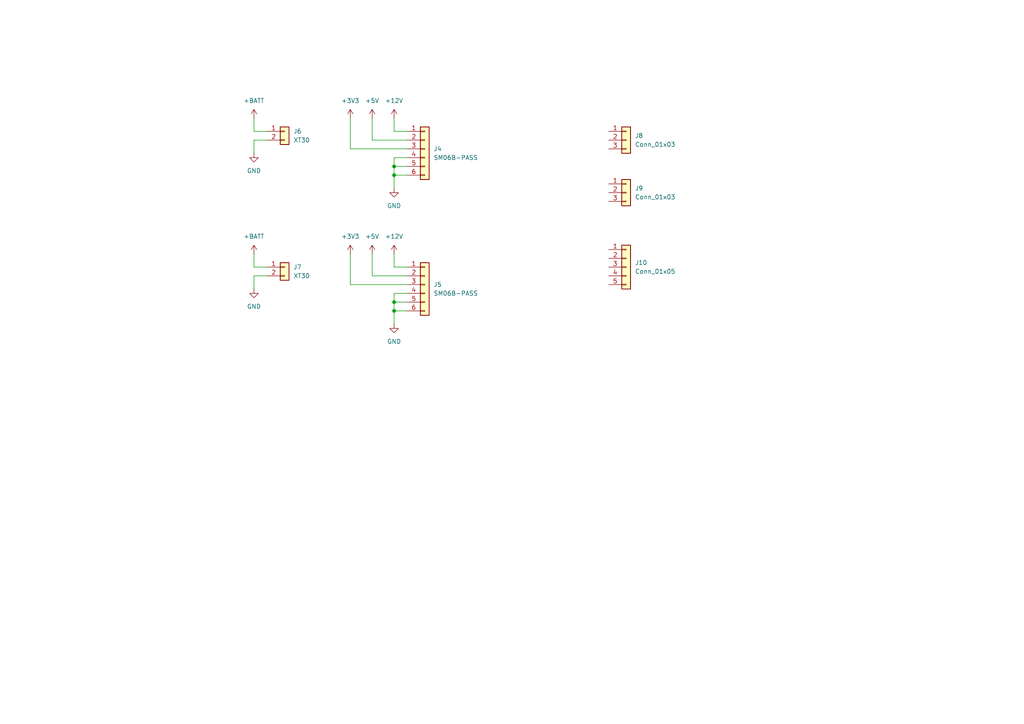
<source format=kicad_sch>
(kicad_sch (version 20231120) (generator "eeschema") (generator_version "8.0")
  (paper "A4")
  (lib_symbols
    (symbol "Connector_Generic:Conn_01x02" (pin_names (offset 1.016) hide)
      (property "Reference" "J" (at 0 2.54 0))
      (property "Value" "Conn_01x02" (at 0 -5.08 0))
      (symbol "Conn_01x02_1_1"
        (rectangle (start -1.27 -2.413) (end 0 -2.667) (stroke (width 0.1524)))
        (rectangle (start -1.27 0.127) (end 0 -0.127) (stroke (width 0.1524)))
        (rectangle (start -1.27 1.27) (end 1.27 -3.81) (stroke (width 0.254)) (fill (type background)))
        (pin passive line (at -5.08 0 0) (length 3.81) (name "Pin_1") (number "1"))
        (pin passive line (at -5.08 -2.54 0) (length 3.81) (name "Pin_2") (number "2"))
      )
    )
    (symbol "Connector_Generic:Conn_01x03" (pin_names (offset 1.016) hide)
      (property "Reference" "J" (at 0 5.08 0))
      (property "Value" "Conn_01x03" (at 0 -5.08 0))
      (symbol "Conn_01x03_1_1"
        (rectangle (start -1.27 -2.413) (end 0 -2.667) (stroke (width 0.1524)))
        (rectangle (start -1.27 0.127) (end 0 -0.127) (stroke (width 0.1524)))
        (rectangle (start -1.27 2.667) (end 0 2.413) (stroke (width 0.1524)))
        (rectangle (start -1.27 3.81) (end 1.27 -3.81) (stroke (width 0.254)) (fill (type background)))
        (pin passive line (at -5.08 2.54 0) (length 3.81) (name "Pin_1") (number "1"))
        (pin passive line (at -5.08 0 0) (length 3.81) (name "Pin_2") (number "2"))
        (pin passive line (at -5.08 -2.54 0) (length 3.81) (name "Pin_3") (number "3"))
      )
    )
    (symbol "Connector_Generic:Conn_01x05" (pin_names (offset 1.016) hide)
      (property "Reference" "J" (at 0 7.62 0))
      (property "Value" "Conn_01x05" (at 0 -7.62 0))
      (symbol "Conn_01x05_1_1"
        (rectangle (start -1.27 -4.953) (end 0 -5.207) (stroke (width 0.1524)))
        (rectangle (start -1.27 -2.413) (end 0 -2.667) (stroke (width 0.1524)))
        (rectangle (start -1.27 0.127) (end 0 -0.127) (stroke (width 0.1524)))
        (rectangle (start -1.27 2.667) (end 0 2.413) (stroke (width 0.1524)))
        (rectangle (start -1.27 5.207) (end 0 4.953) (stroke (width 0.1524)))
        (rectangle (start -1.27 6.35) (end 1.27 -6.35) (stroke (width 0.254)) (fill (type background)))
        (pin passive line (at -5.08 5.08 0) (length 3.81) (name "Pin_1") (number "1"))
        (pin passive line (at -5.08 2.54 0) (length 3.81) (name "Pin_2") (number "2"))
        (pin passive line (at -5.08 0 0) (length 3.81) (name "Pin_3") (number "3"))
        (pin passive line (at -5.08 -2.54 0) (length 3.81) (name "Pin_4") (number "4"))
        (pin passive line (at -5.08 -5.08 0) (length 3.81) (name "Pin_5") (number "5"))
      )
    )
    (symbol "Connector_Generic:Conn_01x06" (pin_names (offset 1.016) hide)
      (property "Reference" "J" (at 0 7.62 0))
      (property "Value" "Conn_01x06" (at 0 -10.16 0))
      (symbol "Conn_01x06_1_1"
        (rectangle (start -1.27 -7.493) (end 0 -7.747) (stroke (width 0.1524)))
        (rectangle (start -1.27 -4.953) (end 0 -5.207) (stroke (width 0.1524)))
        (rectangle (start -1.27 -2.413) (end 0 -2.667) (stroke (width 0.1524)))
        (rectangle (start -1.27 0.127) (end 0 -0.127) (stroke (width 0.1524)))
        (rectangle (start -1.27 2.667) (end 0 2.413) (stroke (width 0.1524)))
        (rectangle (start -1.27 5.207) (end 0 4.953) (stroke (width 0.1524)))
        (rectangle (start -1.27 6.35) (end 1.27 -8.89) (stroke (width 0.254)) (fill (type background)))
        (pin passive line (at -5.08 5.08 0) (length 3.81) (name "Pin_1") (number "1"))
        (pin passive line (at -5.08 2.54 0) (length 3.81) (name "Pin_2") (number "2"))
        (pin passive line (at -5.08 0 0) (length 3.81) (name "Pin_3") (number "3"))
        (pin passive line (at -5.08 -2.54 0) (length 3.81) (name "Pin_4") (number "4"))
        (pin passive line (at -5.08 -5.08 0) (length 3.81) (name "Pin_5") (number "5"))
        (pin passive line (at -5.08 -7.62 0) (length 3.81) (name "Pin_6") (number "6"))
      )
    )
    (symbol "GND_1" (power) (pin_numbers hide) (pin_names (offset 0) hide)
      (property "Value" "GND" (at 0 -3.81 0))
      (symbol "GND_1_0_1"
        (polyline (pts (xy 0 0) (xy 0 -1.27) (xy 1.27 -1.27) (xy 0 -2.54) (xy -1.27 -1.27) (xy 0 -1.27)))
      )
      (symbol "GND_1_1_1"
        (pin power_in line (at 0 0 270) (length 0) (name "~") (number "1"))
      )
    )
    (symbol "power:+12V" (power) (pin_numbers hide) (pin_names (offset 0) hide)
      (property "Value" "+12V" (at 0 3.556 0))
      (symbol "+12V_0_1"
        (polyline (pts (xy -0.762 1.27) (xy 0 2.54)))
        (polyline (pts (xy 0 0) (xy 0 2.54)))
        (polyline (pts (xy 0 2.54) (xy 0.762 1.27)))
      )
      (symbol "+12V_1_1"
        (pin power_in line (at 0 0 90) (length 0) (name "~") (number "1"))
      )
    )
    (symbol "power:+3V3" (power) (pin_numbers hide) (pin_names (offset 0) hide)
      (property "Value" "+3V3" (at 0 3.556 0))
      (symbol "+3V3_0_1"
        (polyline (pts (xy -0.762 1.27) (xy 0 2.54)))
        (polyline (pts (xy 0 0) (xy 0 2.54)))
        (polyline (pts (xy 0 2.54) (xy 0.762 1.27)))
      )
      (symbol "+3V3_1_1"
        (pin power_in line (at 0 0 90) (length 0) (name "~") (number "1"))
      )
    )
    (symbol "power:+5V" (power) (pin_numbers hide) (pin_names (offset 0) hide)
      (property "Value" "+5V" (at 0 3.556 0))
      (symbol "+5V_0_1"
        (polyline (pts (xy -0.762 1.27) (xy 0 2.54)))
        (polyline (pts (xy 0 0) (xy 0 2.54)))
        (polyline (pts (xy 0 2.54) (xy 0.762 1.27)))
      )
      (symbol "+5V_1_1"
        (pin power_in line (at 0 0 90) (length 0) (name "~") (number "1"))
      )
    )
    (symbol "power:+BATT" (power) (pin_numbers hide) (pin_names (offset 0) hide)
      (property "Value" "+BATT" (at 0 3.556 0))
      (symbol "+BATT_0_1"
        (polyline (pts (xy -0.762 1.27) (xy 0 2.54)))
        (polyline (pts (xy 0 0) (xy 0 2.54)))
        (polyline (pts (xy 0 2.54) (xy 0.762 1.27)))
      )
      (symbol "+BATT_1_1"
        (pin power_in line (at 0 0 90) (length 0) (name "~") (number "1"))
      )
    )
  )
  (junction (at 114.3 90.17))
  (junction (at 114.3 50.8))
  (junction (at 114.3 87.63))
  (junction (at 114.3 48.26))
  (wire (pts (xy 114.3 90.17) (xy 114.3 93.98)))
  (wire (pts (xy 114.3 77.47) (xy 118.11 77.47)))
  (wire (pts (xy 114.3 48.26) (xy 114.3 50.8)))
  (wire (pts (xy 114.3 38.1) (xy 118.11 38.1)))
  (wire (pts (xy 73.66 73.66) (xy 73.66 77.47)))
  (wire (pts (xy 114.3 50.8) (xy 114.3 54.61)))
  (wire (pts (xy 114.3 48.26) (xy 118.11 48.26)))
  (wire (pts (xy 114.3 50.8) (xy 118.11 50.8)))
  (wire (pts (xy 101.6 43.18) (xy 118.11 43.18)))
  (wire (pts (xy 73.66 77.47) (xy 77.47 77.47)))
  (wire (pts (xy 114.3 34.29) (xy 114.3 38.1)))
  (wire (pts (xy 73.66 80.01) (xy 73.66 83.82)))
  (wire (pts (xy 107.95 34.29) (xy 107.95 40.64)))
  (wire (pts (xy 107.95 73.66) (xy 107.95 80.01)))
  (wire (pts (xy 118.11 85.09) (xy 114.3 85.09)))
  (wire (pts (xy 73.66 80.01) (xy 77.47 80.01)))
  (wire (pts (xy 73.66 40.64) (xy 77.47 40.64)))
  (wire (pts (xy 114.3 73.66) (xy 114.3 77.47)))
  (wire (pts (xy 73.66 40.64) (xy 73.66 44.45)))
  (wire (pts (xy 114.3 85.09) (xy 114.3 87.63)))
  (wire (pts (xy 73.66 34.29) (xy 73.66 38.1)))
  (wire (pts (xy 114.3 45.72) (xy 118.11 45.72)))
  (wire (pts (xy 101.6 34.29) (xy 101.6 43.18)))
  (wire (pts (xy 114.3 87.63) (xy 114.3 90.17)))
  (wire (pts (xy 114.3 90.17) (xy 118.11 90.17)))
  (wire (pts (xy 73.66 38.1) (xy 77.47 38.1)))
  (wire (pts (xy 114.3 87.63) (xy 118.11 87.63)))
  (wire (pts (xy 101.6 73.66) (xy 101.6 82.55)))
  (wire (pts (xy 107.95 40.64) (xy 118.11 40.64)))
  (wire (pts (xy 101.6 82.55) (xy 118.11 82.55)))
  (wire (pts (xy 107.95 80.01) (xy 118.11 80.01)))
  (wire (pts (xy 114.3 45.72) (xy 114.3 48.26)))
  (symbol (lib_id "Connector_Generic:Conn_01x05") (at 181.61 77.47 0) (unit 1)
    (property "Reference" "J10" (at 184.15 76.1999 0) (effects (justify left)))
    (property "Value" "Conn_01x05" (at 184.15 78.7399 0) (effects (justify left)))
    (property "Description" "Generic connector, single row, 01x05, script generated (kicad-library-utils/schlib/autogen/connector/)" (effects (hide yes)))
  )
  (symbol (lib_name "GND_1") (lib_id "power:GND") (at 114.3 93.98 0) (unit 1)
    (property "Reference" "#PWR086" (effects (hide yes)))
    (property "Value" "GND" (at 114.3 99.06 0))
    (property "Description" "Power symbol creates a global label with name \"GND\" , ground" (effects (hide yes)))
  )
  (symbol (lib_id "Connector_Generic:Conn_01x06") (at 123.19 82.55 0) (unit 1)
    (property "Reference" "J5" (at 125.73 82.5499 0) (effects (justify left)))
    (property "Value" "SM06B-PASS" (at 125.73 85.0899 0) (effects (justify left)))
    (property "Description" "Generic connector, single row, 01x06, script generated (kicad-library-utils/schlib/autogen/connector/)" (effects (hide yes)))
  )
  (symbol (lib_id "power:+12V") (at 114.3 34.29 0) (unit 1)
    (property "Reference" "#PWR083" (effects (hide yes)))
    (property "Value" "+12V" (at 114.3 29.21 0))
    (property "Description" "Power symbol creates a global label with name \"+12V\"" (effects (hide yes)))
  )
  (symbol (lib_name "GND_1") (lib_id "power:GND") (at 73.66 44.45 0) (unit 1)
    (property "Reference" "#PWR0102" (effects (hide yes)))
    (property "Value" "GND" (at 73.66 49.53 0))
    (property "Description" "Power symbol creates a global label with name \"GND\" , ground" (effects (hide yes)))
  )
  (symbol (lib_id "power:+5V") (at 107.95 34.29 0) (unit 1)
    (property "Reference" "#PWR081" (effects (hide yes)))
    (property "Value" "+5V" (at 107.95 29.21 0))
    (property "Description" "Power symbol creates a global label with name \"+5V\"" (effects (hide yes)))
  )
  (symbol (lib_id "power:+5V") (at 107.95 73.66 0) (unit 1)
    (property "Reference" "#PWR082" (effects (hide yes)))
    (property "Value" "+5V" (at 107.95 68.58 0))
    (property "Description" "Power symbol creates a global label with name \"+5V\"" (effects (hide yes)))
  )
  (symbol (lib_name "GND_1") (lib_id "power:GND") (at 73.66 83.82 0) (unit 1)
    (property "Reference" "#PWR0104" (effects (hide yes)))
    (property "Value" "GND" (at 73.66 88.9 0))
    (property "Description" "Power symbol creates a global label with name \"GND\" , ground" (effects (hide yes)))
  )
  (symbol (lib_id "power:+BATT") (at 73.66 73.66 0) (unit 1)
    (property "Reference" "#PWR0103" (effects (hide yes)))
    (property "Value" "+BATT" (at 73.66 68.58 0))
    (property "Description" "Power symbol creates a global label with name \"+BATT\"" (effects (hide yes)))
  )
  (symbol (lib_id "power:+12V") (at 114.3 73.66 0) (unit 1)
    (property "Reference" "#PWR085" (effects (hide yes)))
    (property "Value" "+12V" (at 114.3 68.58 0))
    (property "Description" "Power symbol creates a global label with name \"+12V\"" (effects (hide yes)))
  )
  (symbol (lib_id "Connector_Generic:Conn_01x03") (at 181.61 40.64 0) (unit 1)
    (property "Reference" "J8" (at 184.15 39.3699 0) (effects (justify left)))
    (property "Value" "Conn_01x03" (at 184.15 41.9099 0) (effects (justify left)))
    (property "Description" "Generic connector, single row, 01x03, script generated (kicad-library-utils/schlib/autogen/connector/)" (effects (hide yes)))
  )
  (symbol (lib_id "power:+3V3") (at 101.6 73.66 0) (unit 1)
    (property "Reference" "#PWR080" (effects (hide yes)))
    (property "Value" "+3V3" (at 101.6 68.58 0))
    (property "Description" "Power symbol creates a global label with name \"+3V3\"" (effects (hide yes)))
  )
  (symbol (lib_id "Connector_Generic:Conn_01x03") (at 181.61 55.88 0) (unit 1)
    (property "Reference" "J9" (at 184.15 54.6099 0) (effects (justify left)))
    (property "Value" "Conn_01x03" (at 184.15 57.1499 0) (effects (justify left)))
    (property "Description" "Generic connector, single row, 01x03, script generated (kicad-library-utils/schlib/autogen/connector/)" (effects (hide yes)))
  )
  (symbol (lib_id "power:+3V3") (at 101.6 34.29 0) (unit 1)
    (property "Reference" "#PWR075" (effects (hide yes)))
    (property "Value" "+3V3" (at 101.6 29.21 0))
    (property "Description" "Power symbol creates a global label with name \"+3V3\"" (effects (hide yes)))
  )
  (symbol (lib_id "Connector_Generic:Conn_01x06") (at 123.19 43.18 0) (unit 1)
    (property "Reference" "J4" (at 125.73 43.1799 0) (effects (justify left)))
    (property "Value" "SM06B-PASS" (at 125.73 45.7199 0) (effects (justify left)))
    (property "Description" "Generic connector, single row, 01x06, script generated (kicad-library-utils/schlib/autogen/connector/)" (effects (hide yes)))
  )
  (symbol (lib_name "GND_1") (lib_id "power:GND") (at 114.3 54.61 0) (unit 1)
    (property "Reference" "#PWR084" (effects (hide yes)))
    (property "Value" "GND" (at 114.3 59.69 0))
    (property "Description" "Power symbol creates a global label with name \"GND\" , ground" (effects (hide yes)))
  )
  (symbol (lib_id "Connector_Generic:Conn_01x02") (at 82.55 77.47 0) (unit 1)
    (property "Reference" "J7" (at 85.09 77.4699 0) (effects (justify left)))
    (property "Value" "XT30" (at 85.09 80.0099 0) (effects (justify left)))
    (property "Description" "Generic connector, single row, 01x02, script generated (kicad-library-utils/schlib/autogen/connector/)" (effects (hide yes)))
  )
  (symbol (lib_id "Connector_Generic:Conn_01x02") (at 82.55 38.1 0) (unit 1)
    (property "Reference" "J6" (at 85.09 38.0999 0) (effects (justify left)))
    (property "Value" "XT30" (at 85.09 40.6399 0) (effects (justify left)))
    (property "Description" "Generic connector, single row, 01x02, script generated (kicad-library-utils/schlib/autogen/connector/)" (effects (hide yes)))
  )
  (symbol (lib_id "power:+BATT") (at 73.66 34.29 0) (unit 1)
    (property "Reference" "#PWR0101" (effects (hide yes)))
    (property "Value" "+BATT" (at 73.66 29.21 0))
    (property "Description" "Power symbol creates a global label with name \"+BATT\"" (effects (hide yes)))
  )
)
</source>
